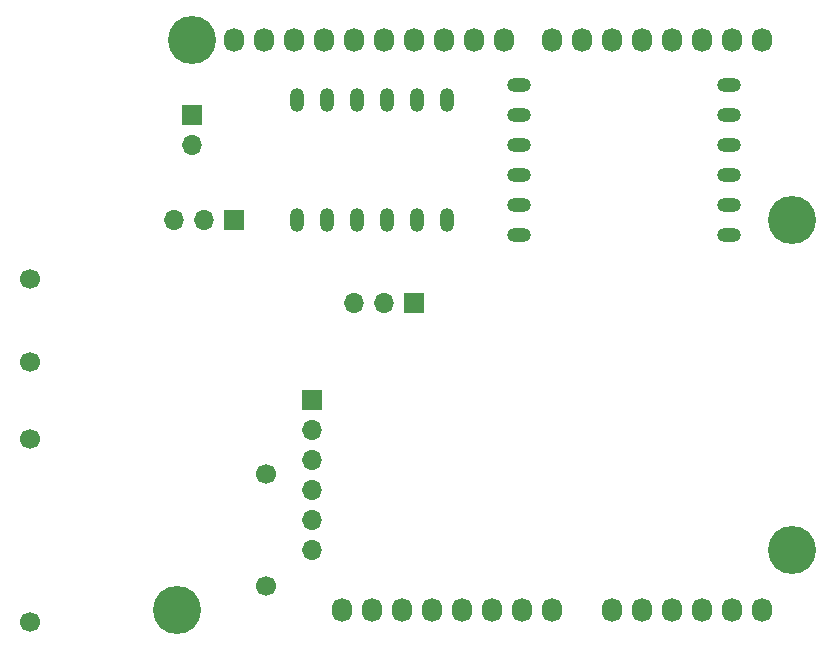
<source format=gbs>
G04 #@! TF.GenerationSoftware,KiCad,Pcbnew,6.0.2-378541a8eb~116~ubuntu20.04.1*
G04 #@! TF.CreationDate,2022-02-14T16:30:42-08:00*
G04 #@! TF.ProjectId,Air_Bearing_PCB,4169725f-4265-4617-9269-6e675f504342,rev?*
G04 #@! TF.SameCoordinates,Original*
G04 #@! TF.FileFunction,Soldermask,Bot*
G04 #@! TF.FilePolarity,Negative*
%FSLAX46Y46*%
G04 Gerber Fmt 4.6, Leading zero omitted, Abs format (unit mm)*
G04 Created by KiCad (PCBNEW 6.0.2-378541a8eb~116~ubuntu20.04.1) date 2022-02-14 16:30:42*
%MOMM*%
%LPD*%
G01*
G04 APERTURE LIST*
%ADD10O,1.727200X2.032000*%
%ADD11C,4.064000*%
%ADD12R,1.700000X1.700000*%
%ADD13O,1.700000X1.700000*%
%ADD14O,1.200000X2.000000*%
%ADD15C,1.700000*%
%ADD16O,2.000000X1.200000*%
G04 APERTURE END LIST*
D10*
G04 #@! TO.C,P1*
X138938000Y-123825000D03*
X141478000Y-123825000D03*
X144018000Y-123825000D03*
X146558000Y-123825000D03*
X149098000Y-123825000D03*
X151638000Y-123825000D03*
X154178000Y-123825000D03*
X156718000Y-123825000D03*
G04 #@! TD*
G04 #@! TO.C,P2*
X161798000Y-123825000D03*
X164338000Y-123825000D03*
X166878000Y-123825000D03*
X169418000Y-123825000D03*
X171958000Y-123825000D03*
X174498000Y-123825000D03*
G04 #@! TD*
G04 #@! TO.C,P3*
X129794000Y-75565000D03*
X132334000Y-75565000D03*
X134874000Y-75565000D03*
X137414000Y-75565000D03*
X139954000Y-75565000D03*
X142494000Y-75565000D03*
X145034000Y-75565000D03*
X147574000Y-75565000D03*
X150114000Y-75565000D03*
X152654000Y-75565000D03*
G04 #@! TD*
G04 #@! TO.C,P4*
X156718000Y-75565000D03*
X159258000Y-75565000D03*
X161798000Y-75565000D03*
X164338000Y-75565000D03*
X166878000Y-75565000D03*
X169418000Y-75565000D03*
X171958000Y-75565000D03*
X174498000Y-75565000D03*
G04 #@! TD*
D11*
G04 #@! TO.C,P5*
X124968000Y-123825000D03*
G04 #@! TD*
G04 #@! TO.C,P6*
X177038000Y-118745000D03*
G04 #@! TD*
G04 #@! TO.C,P7*
X126238000Y-75565000D03*
G04 #@! TD*
G04 #@! TO.C,P8*
X177038000Y-90805000D03*
G04 #@! TD*
D12*
G04 #@! TO.C,J3*
X136398000Y-106045000D03*
D13*
X136398000Y-108585000D03*
X136398000Y-111125000D03*
X136398000Y-113665000D03*
X136398000Y-116205000D03*
X136398000Y-118745000D03*
G04 #@! TD*
D12*
G04 #@! TO.C,J2*
X126238000Y-81915000D03*
D13*
X126238000Y-84455000D03*
G04 #@! TD*
D14*
G04 #@! TO.C,U2*
X135128000Y-90805000D03*
X137668000Y-90805000D03*
X140208000Y-90805000D03*
X142748000Y-90805000D03*
X145288000Y-90805000D03*
X147828000Y-90805000D03*
X147828000Y-80645000D03*
X145288000Y-80645000D03*
X142748000Y-80645000D03*
X140208000Y-80645000D03*
X137668000Y-80645000D03*
X135128000Y-80645000D03*
G04 #@! TD*
D12*
G04 #@! TO.C,SW1*
X129794000Y-90805000D03*
D13*
X127254000Y-90805000D03*
X124714000Y-90805000D03*
G04 #@! TD*
D12*
G04 #@! TO.C,J1*
X145034000Y-97892000D03*
D13*
X142494000Y-97892000D03*
X139954000Y-97892000D03*
G04 #@! TD*
D15*
G04 #@! TO.C,U1*
X112498000Y-109365000D03*
X112498000Y-124865000D03*
X112498000Y-102865000D03*
X132498000Y-121865000D03*
X132498000Y-112365000D03*
X112498000Y-95865000D03*
G04 #@! TD*
D16*
G04 #@! TO.C,U3*
X153924000Y-79375000D03*
X153924000Y-81915000D03*
X153924000Y-84455000D03*
X153924000Y-86995000D03*
X153924000Y-89535000D03*
X153924000Y-92075000D03*
X171704000Y-92075000D03*
X171704000Y-89535000D03*
X171704000Y-86995000D03*
X171704000Y-84455000D03*
X171704000Y-81915000D03*
X171704000Y-79375000D03*
G04 #@! TD*
M02*

</source>
